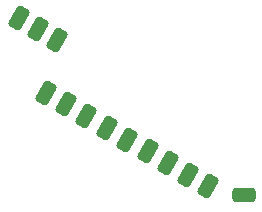
<source format=gbp>
G04*
G04 #@! TF.GenerationSoftware,Altium Limited,Altium Designer,20.1.14 (287)*
G04*
G04 Layer_Color=128*
%FSLAX25Y25*%
%MOIN*%
G70*
G04*
G04 #@! TF.SameCoordinates,B8DE9612-172B-4E27-A0E0-44EA1AA92255*
G04*
G04*
G04 #@! TF.FilePolarity,Positive*
G04*
G01*
G75*
G04:AMPARAMS|DCode=20|XSize=47.24mil|YSize=78.74mil|CornerRadius=11.81mil|HoleSize=0mil|Usage=FLASHONLY|Rotation=150.000|XOffset=0mil|YOffset=0mil|HoleType=Round|Shape=RoundedRectangle|*
%AMROUNDEDRECTD20*
21,1,0.04724,0.05512,0,0,150.0*
21,1,0.02362,0.07874,0,0,150.0*
1,1,0.02362,0.00355,0.02977*
1,1,0.02362,0.02401,0.01796*
1,1,0.02362,-0.00355,-0.02977*
1,1,0.02362,-0.02401,-0.01796*
%
%ADD20ROUNDEDRECTD20*%
G04:AMPARAMS|DCode=21|XSize=47.24mil|YSize=78.74mil|CornerRadius=11.81mil|HoleSize=0mil|Usage=FLASHONLY|Rotation=90.000|XOffset=0mil|YOffset=0mil|HoleType=Round|Shape=RoundedRectangle|*
%AMROUNDEDRECTD21*
21,1,0.04724,0.05512,0,0,90.0*
21,1,0.02362,0.07874,0,0,90.0*
1,1,0.02362,0.02756,0.01181*
1,1,0.02362,0.02756,-0.01181*
1,1,0.02362,-0.02756,-0.01181*
1,1,0.02362,-0.02756,0.01181*
%
%ADD21ROUNDEDRECTD21*%
D20*
X-65477Y-18905D02*
D03*
X-71901Y-15186D02*
D03*
X-59052Y-22671D02*
D03*
X-49277Y-47960D02*
D03*
X-56091Y-44034D02*
D03*
X-42572Y-51912D02*
D03*
X-62746Y-40221D02*
D03*
X-15376Y-67590D02*
D03*
X-22143Y-63678D02*
D03*
X-28911Y-59768D02*
D03*
X-35743Y-55854D02*
D03*
X-8609Y-71463D02*
D03*
D21*
X3233Y-74222D02*
D03*
M02*

</source>
